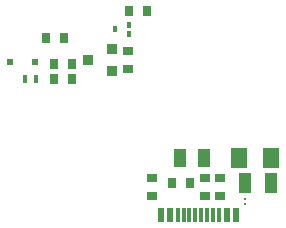
<source format=gbp>
G04*
G04 #@! TF.GenerationSoftware,Altium Limited,Altium Designer,23.6.0 (18)*
G04*
G04 Layer_Color=128*
%FSLAX25Y25*%
%MOIN*%
G70*
G04*
G04 #@! TF.SameCoordinates,41434E86-4965-44CF-8D99-FF0C004B18D3*
G04*
G04*
G04 #@! TF.FilePolarity,Positive*
G04*
G01*
G75*
%ADD23R,0.03000X0.03500*%
%ADD25R,0.03500X0.03000*%
%ADD26R,0.03622X0.03228*%
%ADD28R,0.01800X0.02500*%
%ADD41R,0.04000X0.06000*%
%ADD234R,0.00945X0.00787*%
%ADD235R,0.02362X0.04724*%
%ADD236R,0.03937X0.06693*%
%ADD237R,0.05512X0.07165*%
%ADD238R,0.01772X0.01968*%
%ADD239R,0.02362X0.02362*%
%ADD240R,0.01181X0.04724*%
D23*
X100010Y-174780D02*
D03*
X85700Y-117500D02*
D03*
X91700D02*
D03*
X64207Y-126504D02*
D03*
X58207D02*
D03*
X66868Y-135284D02*
D03*
X60868D02*
D03*
Y-140258D02*
D03*
X66868D02*
D03*
X106010Y-174780D02*
D03*
D25*
X93428Y-173132D02*
D03*
X115928Y-173132D02*
D03*
X111028Y-173132D02*
D03*
X111028Y-179132D02*
D03*
X115928Y-179132D02*
D03*
X93428Y-179132D02*
D03*
X85381Y-130811D02*
D03*
Y-136811D02*
D03*
D26*
X72184Y-133804D02*
D03*
X80058Y-130064D02*
D03*
Y-137544D02*
D03*
D28*
X54730Y-140258D02*
D03*
X51030D02*
D03*
D41*
X102700Y-166600D02*
D03*
X110700D02*
D03*
D234*
X124466Y-181825D02*
D03*
Y-180250D02*
D03*
D235*
X121448Y-185692D02*
D03*
X96251Y-185692D02*
D03*
X118299Y-185692D02*
D03*
X99401Y-185692D02*
D03*
D236*
X133159Y-174705D02*
D03*
X124497Y-174705D02*
D03*
D237*
X122474Y-166605D02*
D03*
X133182Y-166605D02*
D03*
D238*
X81064Y-123624D02*
D03*
X85591Y-125198D02*
D03*
Y-122049D02*
D03*
D239*
X54461Y-134644D02*
D03*
X46194D02*
D03*
D240*
X115740Y-185692D02*
D03*
X113771Y-185692D02*
D03*
X111803Y-185692D02*
D03*
X109834Y-185692D02*
D03*
X101960Y-185692D02*
D03*
X103929D02*
D03*
X105897Y-185692D02*
D03*
X107866Y-185692D02*
D03*
M02*

</source>
